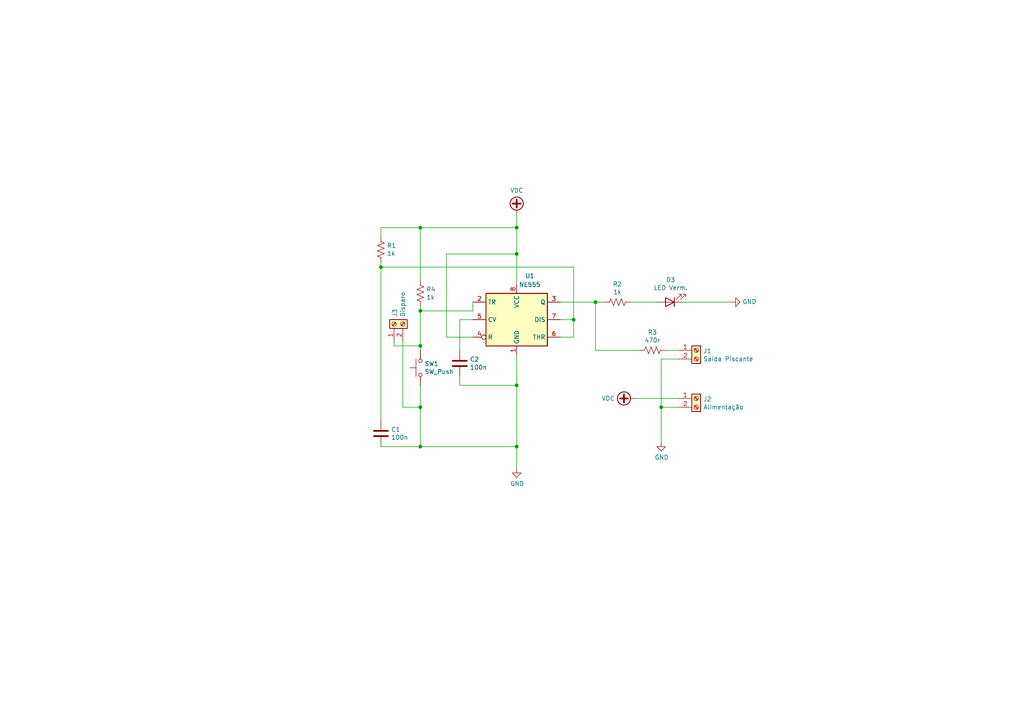
<source format=kicad_sch>
(kicad_sch (version 20231120) (generator "eeschema") (generator_version "8.0")
  (paper "A4")
  (lib_symbols
    (symbol "555-temporizador-r01-rescue:GND-power" (power) (pin_names (offset 0))
      (property "Value" "power_GND" (at 0 -3.81 0))
      (symbol "GND-power_0_1"
        (polyline (pts (xy 0 0) (xy 0 -1.27) (xy 1.27 -1.27) (xy 0 -2.54) (xy -1.27 -1.27) (xy 0 -1.27)))
      )
      (symbol "GND-power_1_1"
        (pin power_in line (at 0 0 270) (length 0) hide (name "GND") (number "1"))
      )
    )
    (symbol "555-temporizador-r01-rescue:NE555-Timer"
      (property "Reference" "U" (at -10.16 8.89 0))
      (property "Value" "Timer_NE555" (at 2.54 8.89 0))
      (symbol "NE555-Timer_0_0"
        (pin power_in line (at 0 -10.16 90) (length 2.54) (name "GND") (number "1"))
        (pin power_in line (at 0 10.16 270) (length 2.54) (name "VCC") (number "8"))
      )
      (symbol "NE555-Timer_0_1"
        (rectangle (start -8.89 -7.62) (end 8.89 7.62) (stroke (width 0.254)) (fill (type background)))
        (rectangle (start -8.89 -7.62) (end 8.89 7.62) (stroke (width 0.254)) (fill (type background)))
      )
      (symbol "NE555-Timer_1_1"
        (pin input line (at -12.7 5.08 0) (length 3.81) (name "TR") (number "2"))
        (pin output line (at 12.7 5.08 180) (length 3.81) (name "Q") (number "3"))
        (pin input inverted (at -12.7 -5.08 0) (length 3.81) (name "R") (number "4"))
        (pin input line (at -12.7 0 0) (length 3.81) (name "CV") (number "5"))
        (pin input line (at 12.7 -5.08 180) (length 3.81) (name "THR") (number "6"))
        (pin input line (at 12.7 0 180) (length 3.81) (name "DIS") (number "7"))
      )
    )
    (symbol "555-temporizador-r01-rescue:VDC-power" (power) (pin_names (offset 0))
      (property "Value" "power_VDC" (at 0 6.35 0))
      (symbol "VDC-power_0_1"
        (polyline (pts (xy -1.143 3.175) (xy 1.143 3.175)) (stroke (width 0.508)))
        (polyline (pts (xy 0 0) (xy 0 1.27)))
        (polyline (pts (xy 0 2.032) (xy 0 4.318)) (stroke (width 0.508)))
        (circle (center 0 3.175) (radius 1.905) (stroke (width 0.254)))
      )
      (symbol "VDC-power_1_1"
        (pin power_in line (at 0 0 90) (length 0) hide (name "VDC") (number "1"))
      )
    )
    (symbol "Connector:Screw_Terminal_01x02" (pin_names (offset 1.016) hide)
      (property "Reference" "J" (at 0 2.54 0))
      (property "Value" "Screw_Terminal_01x02" (at 0 -5.08 0))
      (symbol "Screw_Terminal_01x02_1_1"
        (rectangle (start -1.27 1.27) (end 1.27 -3.81) (stroke (width 0.254)) (fill (type background)))
        (circle (center 0 -2.54) (radius 0.635) (stroke (width 0.1524)))
        (polyline (pts (xy -0.5334 -2.2098) (xy 0.3302 -3.048)) (stroke (width 0.1524)))
        (polyline (pts (xy -0.5334 0.3302) (xy 0.3302 -0.508)) (stroke (width 0.1524)))
        (polyline (pts (xy -0.3556 -2.032) (xy 0.508 -2.8702)) (stroke (width 0.1524)))
        (polyline (pts (xy -0.3556 0.508) (xy 0.508 -0.3302)) (stroke (width 0.1524)))
        (circle (center 0 0) (radius 0.635) (stroke (width 0.1524)))
        (pin passive line (at -5.08 0 0) (length 3.81) (name "Pin_1") (number "1"))
        (pin passive line (at -5.08 -2.54 0) (length 3.81) (name "Pin_2") (number "2"))
      )
    )
    (symbol "Device:C" (pin_numbers hide) (pin_names (offset 0.254))
      (property "Reference" "C" (at 0.635 2.54 0))
      (property "Value" "C" (at 0.635 -2.54 0))
      (symbol "C_0_1"
        (polyline (pts (xy -2.032 -0.762) (xy 2.032 -0.762)) (stroke (width 0.508)))
        (polyline (pts (xy -2.032 0.762) (xy 2.032 0.762)) (stroke (width 0.508)))
      )
      (symbol "C_1_1"
        (pin passive line (at 0 3.81 270) (length 2.794) (name "~") (number "1"))
        (pin passive line (at 0 -3.81 90) (length 2.794) (name "~") (number "2"))
      )
    )
    (symbol "Device:LED" (pin_numbers hide) (pin_names (offset 1.016) hide)
      (property "Reference" "D" (at 0 2.54 0))
      (property "Value" "LED" (at 0 -2.54 0))
      (symbol "LED_0_1"
        (polyline (pts (xy -1.27 -1.27) (xy -1.27 1.27)) (stroke (width 0.254)))
        (polyline (pts (xy -1.27 0) (xy 1.27 0)))
        (polyline (pts (xy 1.27 -1.27) (xy 1.27 1.27) (xy -1.27 0) (xy 1.27 -1.27)) (stroke (width 0.254)))
        (polyline (pts (xy -3.048 -0.762) (xy -4.572 -2.286) (xy -3.81 -2.286) (xy -4.572 -2.286) (xy -4.572 -1.524)))
        (polyline (pts (xy -1.778 -0.762) (xy -3.302 -2.286) (xy -2.54 -2.286) (xy -3.302 -2.286) (xy -3.302 -1.524)))
      )
      (symbol "LED_1_1"
        (pin passive line (at -3.81 0 0) (length 2.54) (name "K") (number "1"))
        (pin passive line (at 3.81 0 180) (length 2.54) (name "A") (number "2"))
      )
    )
    (symbol "Device:R_US" (pin_numbers hide) (pin_names (offset 0))
      (property "Reference" "R" (at 2.54 0 90))
      (property "Value" "R_US" (at -2.54 0 90))
      (symbol "R_US_0_1"
        (polyline (pts (xy 0 -2.286) (xy 0 -2.54)))
        (polyline (pts (xy 0 2.286) (xy 0 2.54)))
        (polyline (pts (xy 0 -0.762) (xy 1.016 -1.143) (xy 0 -1.524) (xy -1.016 -1.905) (xy 0 -2.286)))
        (polyline (pts (xy 0 0.762) (xy 1.016 0.381) (xy 0 0) (xy -1.016 -0.381) (xy 0 -0.762)))
        (polyline (pts (xy 0 2.286) (xy 1.016 1.905) (xy 0 1.524) (xy -1.016 1.143) (xy 0 0.762)))
      )
      (symbol "R_US_1_1"
        (pin passive line (at 0 3.81 270) (length 1.27) (name "~") (number "1"))
        (pin passive line (at 0 -3.81 90) (length 1.27) (name "~") (number "2"))
      )
    )
    (symbol "Switch:SW_Push" (pin_numbers hide) (pin_names (offset 1.016) hide)
      (property "Reference" "SW" (at 1.27 2.54 0))
      (property "Value" "SW_Push" (at 0 -1.524 0))
      (symbol "SW_Push_0_1"
        (circle (center -2.032 0) (radius 0.508))
        (polyline (pts (xy 0 1.27) (xy 0 3.048)))
        (polyline (pts (xy 2.54 1.27) (xy -2.54 1.27)))
        (circle (center 2.032 0) (radius 0.508))
        (pin passive line (at -5.08 0 0) (length 2.54) (name "1") (number "1"))
        (pin passive line (at 5.08 0 180) (length 2.54) (name "2") (number "2"))
      )
    )
  )
  (junction (at 166.37 92.71))
  (junction (at 149.86 129.54))
  (junction (at 110.49 77.47))
  (junction (at 191.77 118.11))
  (junction (at 121.92 90.17))
  (junction (at 149.86 111.76))
  (junction (at 121.92 118.11))
  (junction (at 121.92 66.04))
  (junction (at 149.86 66.04))
  (junction (at 121.92 129.54))
  (junction (at 172.72 87.63))
  (junction (at 149.86 73.66))
  (junction (at 121.92 100.33))
  (wire (pts (xy 129.54 73.66) (xy 149.86 73.66)))
  (wire (pts (xy 166.37 92.71) (xy 166.37 77.47)))
  (wire (pts (xy 114.3 99.06) (xy 114.3 100.33)))
  (wire (pts (xy 196.85 115.57) (xy 184.15 115.57)))
  (wire (pts (xy 190.5 87.63) (xy 182.88 87.63)))
  (wire (pts (xy 121.92 111.76) (xy 121.92 118.11)))
  (wire (pts (xy 114.3 100.33) (xy 121.92 100.33)))
  (wire (pts (xy 110.49 77.47) (xy 166.37 77.47)))
  (wire (pts (xy 133.35 111.76) (xy 149.86 111.76)))
  (wire (pts (xy 149.86 102.87) (xy 149.86 111.76)))
  (wire (pts (xy 196.85 101.6) (xy 193.04 101.6)))
  (wire (pts (xy 121.92 66.04) (xy 149.86 66.04)))
  (wire (pts (xy 121.92 129.54) (xy 149.86 129.54)))
  (wire (pts (xy 191.77 118.11) (xy 191.77 104.14)))
  (wire (pts (xy 185.42 101.6) (xy 172.72 101.6)))
  (wire (pts (xy 110.49 129.54) (xy 121.92 129.54)))
  (wire (pts (xy 129.54 97.79) (xy 129.54 73.66)))
  (wire (pts (xy 191.77 104.14) (xy 196.85 104.14)))
  (wire (pts (xy 149.86 111.76) (xy 149.86 129.54)))
  (wire (pts (xy 110.49 76.2) (xy 110.49 77.47)))
  (wire (pts (xy 116.84 99.06) (xy 116.84 118.11)))
  (wire (pts (xy 172.72 87.63) (xy 162.56 87.63)))
  (wire (pts (xy 121.92 90.17) (xy 121.92 88.9)))
  (wire (pts (xy 137.16 87.63) (xy 137.16 90.17)))
  (wire (pts (xy 137.16 92.71) (xy 133.35 92.71)))
  (wire (pts (xy 110.49 66.04) (xy 121.92 66.04)))
  (wire (pts (xy 149.86 66.04) (xy 149.86 73.66)))
  (wire (pts (xy 133.35 109.22) (xy 133.35 111.76)))
  (wire (pts (xy 196.85 118.11) (xy 191.77 118.11)))
  (wire (pts (xy 175.26 87.63) (xy 172.72 87.63)))
  (wire (pts (xy 162.56 92.71) (xy 166.37 92.71)))
  (wire (pts (xy 166.37 97.79) (xy 166.37 92.71)))
  (wire (pts (xy 172.72 101.6) (xy 172.72 87.63)))
  (wire (pts (xy 149.86 73.66) (xy 149.86 82.55)))
  (wire (pts (xy 121.92 100.33) (xy 121.92 90.17)))
  (wire (pts (xy 110.49 77.47) (xy 110.49 121.92)))
  (wire (pts (xy 212.09 87.63) (xy 198.12 87.63)))
  (wire (pts (xy 133.35 92.71) (xy 133.35 101.6)))
  (wire (pts (xy 137.16 90.17) (xy 121.92 90.17)))
  (wire (pts (xy 121.92 101.6) (xy 121.92 100.33)))
  (wire (pts (xy 149.86 129.54) (xy 149.86 135.89)))
  (wire (pts (xy 149.86 62.23) (xy 149.86 66.04)))
  (wire (pts (xy 121.92 118.11) (xy 121.92 129.54)))
  (wire (pts (xy 110.49 68.58) (xy 110.49 66.04)))
  (wire (pts (xy 137.16 97.79) (xy 129.54 97.79)))
  (wire (pts (xy 121.92 81.28) (xy 121.92 66.04)))
  (wire (pts (xy 191.77 128.27) (xy 191.77 118.11)))
  (wire (pts (xy 116.84 118.11) (xy 121.92 118.11)))
  (wire (pts (xy 162.56 97.79) (xy 166.37 97.79)))
  (symbol (lib_id "555-temporizador-r01-rescue:NE555-Timer") (at 149.86 92.71 0) (unit 1)
    (property "Reference" "U1" (at 153.67 80.01 0))
    (property "Value" "NE555" (at 153.67 82.55 0))
    (property "Footprint" "Package_DIP:DIP-8_W7.62mm_Socket_LongPads" (effects (hide yes)))
    (property "Datasheet" "http://www.ti.com/lit/ds/symlink/ne555.pdf" (effects (hide yes)))
  )
  (symbol (lib_id "555-temporizador-r01-rescue:GND-power") (at 149.86 135.89 0) (unit 1)
    (property "Reference" "#PWR0101" (effects (hide yes)))
    (property "Value" "GND" (at 149.987 140.2842 0))
  )
  (symbol (lib_id "555-temporizador-r01-rescue:VDC-power") (at 149.86 62.23 0) (unit 1)
    (property "Reference" "#PWR0102" (effects (hide yes)))
    (property "Value" "VDC" (at 149.86 55.245 0))
  )
  (symbol (lib_id "Device:R_US") (at 110.49 72.39 0) (unit 1)
    (property "Reference" "R1" (at 112.2172 71.2216 0) (effects (justify left)))
    (property "Value" "1k" (at 112.2172 73.533 0) (effects (justify left)))
    (property "Footprint" "Resistor_THT:R_Axial_DIN0207_L6.3mm_D2.5mm_P10.16mm_Horizontal" (effects (hide yes)))
  )
  (symbol (lib_id "Device:C") (at 133.35 105.41 0) (unit 1)
    (property "Reference" "C2" (at 136.271 104.2416 0) (effects (justify left)))
    (property "Value" "100n" (at 136.271 106.553 0) (effects (justify left)))
    (property "Footprint" "Capacitor_THT:C_Disc_D3.0mm_W2.0mm_P2.50mm" (effects (hide yes)))
  )
  (symbol (lib_id "Device:R_US") (at 179.07 87.63 270) (unit 1)
    (property "Reference" "R2" (at 179.07 82.423 90))
    (property "Value" "1k" (at 179.07 84.7344 90))
    (property "Footprint" "Resistor_THT:R_Axial_DIN0207_L6.3mm_D2.5mm_P10.16mm_Horizontal" (effects (hide yes)))
  )
  (symbol (lib_id "Device:LED") (at 194.31 87.63 180) (unit 1)
    (property "Reference" "D3" (at 194.5132 81.153 0))
    (property "Value" "LED Verm." (at 194.5132 83.4644 0))
    (property "Footprint" "LED_THT:LED_D5.0mm_Clear" (effects (hide yes)))
  )
  (symbol (lib_id "Device:C") (at 110.49 125.73 0) (unit 1)
    (property "Reference" "C1" (at 113.411 124.5616 0) (effects (justify left)))
    (property "Value" "100n" (at 113.411 126.873 0) (effects (justify left)))
    (property "Footprint" "Capacitor_THT:C_Disc_D3.0mm_W2.0mm_P2.50mm" (effects (hide yes)))
  )
  (symbol (lib_id "555-temporizador-r01-rescue:GND-power") (at 212.09 87.63 90) (unit 1)
    (property "Reference" "#PWR0103" (effects (hide yes)))
    (property "Value" "GND" (at 215.3412 87.503 90) (effects (justify right)))
  )
  (symbol (lib_id "Connector:Screw_Terminal_01x02") (at 201.93 115.57 0) (unit 1)
    (property "Reference" "J2" (at 203.962 115.7732 0) (effects (justify left)))
    (property "Value" "Alimentação" (at 203.962 118.0846 0) (effects (justify left)))
    (property "Footprint" "Connector_Phoenix_MC_HighVoltage:PhoenixContact_MCV_1,5_2-G-5.08_1x02_P5.08mm_Vertical" (effects (hide yes)))
  )
  (symbol (lib_id "Connector:Screw_Terminal_01x02") (at 201.93 101.6 0) (unit 1)
    (property "Reference" "J1" (at 203.962 101.8032 0) (effects (justify left)))
    (property "Value" "Saída Piscante" (at 203.962 104.1146 0) (effects (justify left)))
    (property "Footprint" "Connector_Phoenix_MC_HighVoltage:PhoenixContact_MCV_1,5_2-G-5.08_1x02_P5.08mm_Vertical" (effects (hide yes)))
  )
  (symbol (lib_id "Device:R_US") (at 189.23 101.6 270) (unit 1)
    (property "Reference" "R3" (at 189.23 96.393 90))
    (property "Value" "470r" (at 189.23 98.7044 90))
    (property "Footprint" "Resistor_THT:R_Axial_DIN0207_L6.3mm_D2.5mm_P10.16mm_Horizontal" (effects (hide yes)))
  )
  (symbol (lib_id "555-temporizador-r01-rescue:GND-power") (at 191.77 128.27 0) (unit 1)
    (property "Reference" "#PWR0104" (effects (hide yes)))
    (property "Value" "GND" (at 191.897 132.6642 0))
  )
  (symbol (lib_id "555-temporizador-r01-rescue:VDC-power") (at 184.15 115.57 90) (unit 1)
    (property "Reference" "#PWR0105" (effects (hide yes)))
    (property "Value" "VDC" (at 178.3334 115.57 90) (effects (justify left)))
  )
  (symbol (lib_id "Switch:SW_Push") (at 121.92 106.68 90) (unit 1)
    (property "Reference" "SW1" (at 123.1392 105.5116 90) (effects (justify right)))
    (property "Value" "SW_Push" (at 123.1392 107.823 90) (effects (justify right)))
    (property "Footprint" "Button_Switch_THT:SW_PUSH_6mm" (effects (hide yes)))
  )
  (symbol (lib_id "Device:R_US") (at 121.92 85.09 0) (unit 1)
    (property "Reference" "R4" (at 123.6472 83.9216 0) (effects (justify left)))
    (property "Value" "1k" (at 123.6472 86.233 0) (effects (justify left)))
    (property "Footprint" "Resistor_THT:R_Axial_DIN0207_L6.3mm_D2.5mm_P10.16mm_Horizontal" (effects (hide yes)))
  )
  (symbol (lib_id "Connector:Screw_Terminal_01x02") (at 114.3 93.98 90) (unit 1)
    (property "Reference" "J3" (at 114.5032 91.948 0) (effects (justify left)))
    (property "Value" "Disparo" (at 116.8146 91.948 0) (effects (justify left)))
    (property "Footprint" "Connector_Phoenix_MC_HighVoltage:PhoenixContact_MCV_1,5_2-G-5.08_1x02_P5.08mm_Vertical" (effects (hide yes)))
  )
)
</source>
